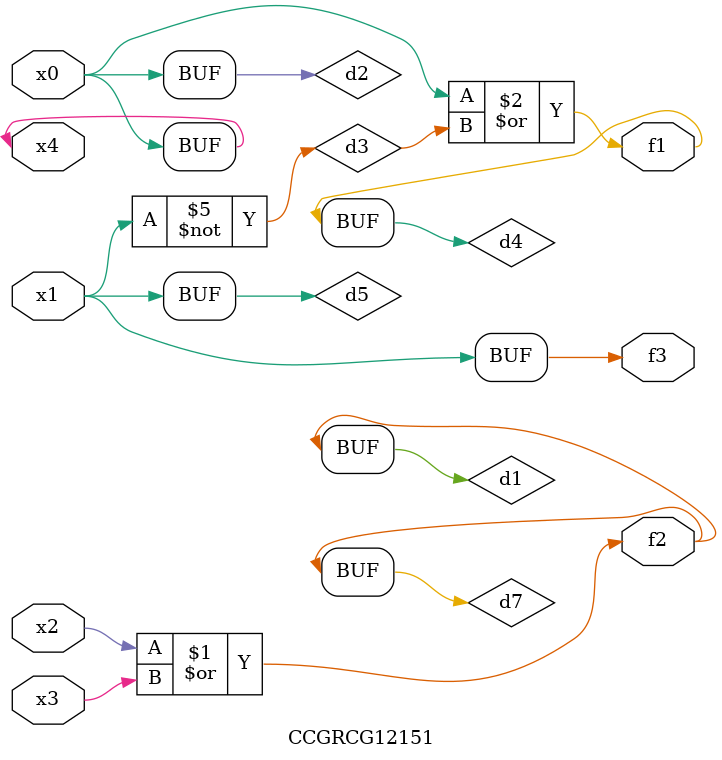
<source format=v>
module CCGRCG12151(
	input x0, x1, x2, x3, x4,
	output f1, f2, f3
);

	wire d1, d2, d3, d4, d5, d6, d7;

	or (d1, x2, x3);
	buf (d2, x0, x4);
	not (d3, x1);
	or (d4, d2, d3);
	not (d5, d3);
	nand (d6, d1, d3);
	or (d7, d1);
	assign f1 = d4;
	assign f2 = d7;
	assign f3 = d5;
endmodule

</source>
